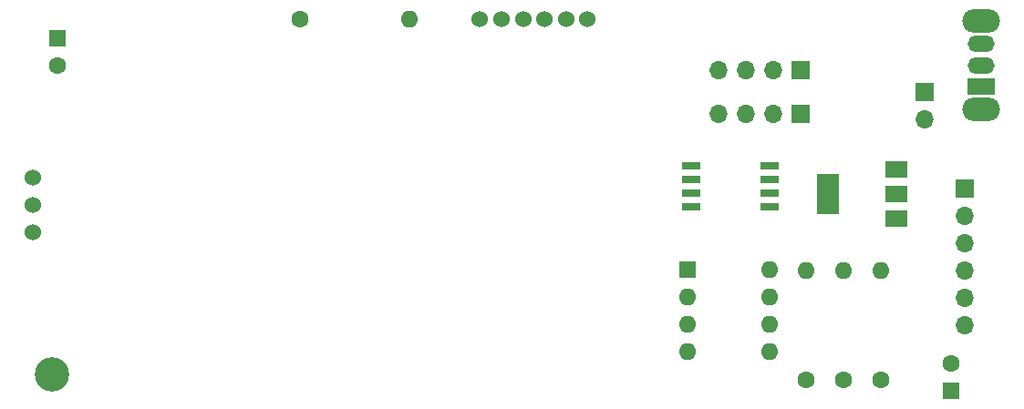
<source format=gbr>
%TF.GenerationSoftware,KiCad,Pcbnew,(5.1.9-0-10_14)*%
%TF.CreationDate,2021-08-25T11:23:16+08:00*%
%TF.ProjectId,v1,76312e6b-6963-4616-945f-706362585858,rev?*%
%TF.SameCoordinates,Original*%
%TF.FileFunction,Soldermask,Top*%
%TF.FilePolarity,Negative*%
%FSLAX46Y46*%
G04 Gerber Fmt 4.6, Leading zero omitted, Abs format (unit mm)*
G04 Created by KiCad (PCBNEW (5.1.9-0-10_14)) date 2021-08-25 11:23:16*
%MOMM*%
%LPD*%
G01*
G04 APERTURE LIST*
%ADD10C,3.200000*%
%ADD11O,1.700000X1.700000*%
%ADD12R,1.700000X1.700000*%
%ADD13C,1.524000*%
%ADD14O,1.600000X1.600000*%
%ADD15R,1.600000X1.600000*%
%ADD16R,1.700000X0.650000*%
%ADD17O,3.500000X2.200000*%
%ADD18O,2.500000X1.500000*%
%ADD19R,2.500000X1.500000*%
%ADD20C,1.600000*%
%ADD21R,2.000000X1.500000*%
%ADD22R,2.000000X3.800000*%
G04 APERTURE END LIST*
D10*
%TO.C,H1*%
X107750000Y-108250000D03*
%TD*%
D11*
%TO.C,J3*%
X169630000Y-80000000D03*
X172170000Y-80000000D03*
X174710000Y-80000000D03*
D12*
X177250000Y-80000000D03*
%TD*%
D13*
%TO.C,M1*%
X105960000Y-89920000D03*
X105960000Y-92460000D03*
X105960000Y-95000000D03*
%TD*%
D14*
%TO.C,U4*%
X174370000Y-98500000D03*
X166750000Y-106120000D03*
X174370000Y-101040000D03*
X166750000Y-103580000D03*
X174370000Y-103580000D03*
X166750000Y-101040000D03*
X174370000Y-106120000D03*
D15*
X166750000Y-98500000D03*
%TD*%
D16*
%TO.C,U3*%
X174400000Y-88845000D03*
X174400000Y-90115000D03*
X174400000Y-91385000D03*
X174400000Y-92655000D03*
X167100000Y-92655000D03*
X167100000Y-91385000D03*
X167100000Y-90115000D03*
X167100000Y-88845000D03*
%TD*%
D17*
%TO.C,SW1*%
X194000000Y-75400000D03*
X194000000Y-83600000D03*
D18*
X194000000Y-77500000D03*
X194000000Y-79500000D03*
D19*
X194000000Y-81500000D03*
%TD*%
D14*
%TO.C,R3*%
X177750000Y-98590000D03*
D20*
X177750000Y-108750000D03*
%TD*%
D14*
%TO.C,R2*%
X184750000Y-98590000D03*
D20*
X184750000Y-108750000D03*
%TD*%
D14*
%TO.C,R1*%
X181250000Y-98590000D03*
D20*
X181250000Y-108750000D03*
%TD*%
D11*
%TO.C,J4*%
X169630000Y-84000000D03*
X172170000Y-84000000D03*
X174710000Y-84000000D03*
D12*
X177250000Y-84000000D03*
%TD*%
D13*
%TO.C,M2*%
X147500000Y-75250000D03*
X149500000Y-75250000D03*
X151500000Y-75250000D03*
X153500000Y-75250000D03*
X155500000Y-75250000D03*
X157500000Y-75250000D03*
%TD*%
D21*
%TO.C,U1*%
X186150000Y-93800000D03*
X186150000Y-89200000D03*
X186150000Y-91500000D03*
D22*
X179850000Y-91500000D03*
%TD*%
D14*
%TO.C,R4*%
X140910000Y-75250000D03*
D20*
X130750000Y-75250000D03*
%TD*%
D11*
%TO.C,J2*%
X192500000Y-103700000D03*
X192500000Y-101160000D03*
X192500000Y-98620000D03*
X192500000Y-96080000D03*
X192500000Y-93540000D03*
D12*
X192500000Y-91000000D03*
%TD*%
D11*
%TO.C,J1*%
X188750000Y-84540000D03*
D12*
X188750000Y-82000000D03*
%TD*%
D20*
%TO.C,C2*%
X108250000Y-79500000D03*
D15*
X108250000Y-77000000D03*
%TD*%
D20*
%TO.C,C1*%
X191250000Y-107250000D03*
D15*
X191250000Y-109750000D03*
%TD*%
M02*

</source>
